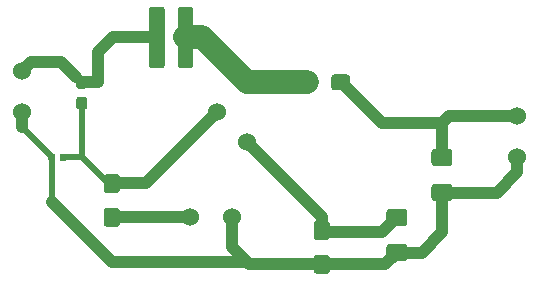
<source format=gtl>
G04 #@! TF.GenerationSoftware,KiCad,Pcbnew,5.1.2-f72e74a~84~ubuntu18.04.1*
G04 #@! TF.CreationDate,2019-06-13T09:44:25+02:00*
G04 #@! TF.ProjectId,ampli_tres_simple,616d706c-695f-4747-9265-735f73696d70,rev?*
G04 #@! TF.SameCoordinates,Original*
G04 #@! TF.FileFunction,Copper,L1,Top*
G04 #@! TF.FilePolarity,Positive*
%FSLAX46Y46*%
G04 Gerber Fmt 4.6, Leading zero omitted, Abs format (unit mm)*
G04 Created by KiCad (PCBNEW 5.1.2-f72e74a~84~ubuntu18.04.1) date 2019-06-13 09:44:25*
%MOMM*%
%LPD*%
G04 APERTURE LIST*
%ADD10C,0.100000*%
%ADD11C,1.425000*%
%ADD12C,1.325000*%
%ADD13C,1.524000*%
%ADD14C,1.350000*%
%ADD15C,0.950000*%
%ADD16C,0.590000*%
%ADD17C,1.000000*%
%ADD18C,0.500000*%
%ADD19C,2.000000*%
%ADD20C,0.250000*%
G04 APERTURE END LIST*
D10*
G36*
X172099504Y-138153704D02*
G01*
X172123773Y-138157304D01*
X172147571Y-138163265D01*
X172170671Y-138171530D01*
X172192849Y-138182020D01*
X172213893Y-138194633D01*
X172233598Y-138209247D01*
X172251777Y-138225723D01*
X172268253Y-138243902D01*
X172282867Y-138263607D01*
X172295480Y-138284651D01*
X172305970Y-138306829D01*
X172314235Y-138329929D01*
X172320196Y-138353727D01*
X172323796Y-138377996D01*
X172325000Y-138402500D01*
X172325000Y-139327500D01*
X172323796Y-139352004D01*
X172320196Y-139376273D01*
X172314235Y-139400071D01*
X172305970Y-139423171D01*
X172295480Y-139445349D01*
X172282867Y-139466393D01*
X172268253Y-139486098D01*
X172251777Y-139504277D01*
X172233598Y-139520753D01*
X172213893Y-139535367D01*
X172192849Y-139547980D01*
X172170671Y-139558470D01*
X172147571Y-139566735D01*
X172123773Y-139572696D01*
X172099504Y-139576296D01*
X172075000Y-139577500D01*
X170825000Y-139577500D01*
X170800496Y-139576296D01*
X170776227Y-139572696D01*
X170752429Y-139566735D01*
X170729329Y-139558470D01*
X170707151Y-139547980D01*
X170686107Y-139535367D01*
X170666402Y-139520753D01*
X170648223Y-139504277D01*
X170631747Y-139486098D01*
X170617133Y-139466393D01*
X170604520Y-139445349D01*
X170594030Y-139423171D01*
X170585765Y-139400071D01*
X170579804Y-139376273D01*
X170576204Y-139352004D01*
X170575000Y-139327500D01*
X170575000Y-138402500D01*
X170576204Y-138377996D01*
X170579804Y-138353727D01*
X170585765Y-138329929D01*
X170594030Y-138306829D01*
X170604520Y-138284651D01*
X170617133Y-138263607D01*
X170631747Y-138243902D01*
X170648223Y-138225723D01*
X170666402Y-138209247D01*
X170686107Y-138194633D01*
X170707151Y-138182020D01*
X170729329Y-138171530D01*
X170752429Y-138163265D01*
X170776227Y-138157304D01*
X170800496Y-138153704D01*
X170825000Y-138152500D01*
X172075000Y-138152500D01*
X172099504Y-138153704D01*
X172099504Y-138153704D01*
G37*
D11*
X171450000Y-138865000D03*
D10*
G36*
X172099504Y-135178704D02*
G01*
X172123773Y-135182304D01*
X172147571Y-135188265D01*
X172170671Y-135196530D01*
X172192849Y-135207020D01*
X172213893Y-135219633D01*
X172233598Y-135234247D01*
X172251777Y-135250723D01*
X172268253Y-135268902D01*
X172282867Y-135288607D01*
X172295480Y-135309651D01*
X172305970Y-135331829D01*
X172314235Y-135354929D01*
X172320196Y-135378727D01*
X172323796Y-135402996D01*
X172325000Y-135427500D01*
X172325000Y-136352500D01*
X172323796Y-136377004D01*
X172320196Y-136401273D01*
X172314235Y-136425071D01*
X172305970Y-136448171D01*
X172295480Y-136470349D01*
X172282867Y-136491393D01*
X172268253Y-136511098D01*
X172251777Y-136529277D01*
X172233598Y-136545753D01*
X172213893Y-136560367D01*
X172192849Y-136572980D01*
X172170671Y-136583470D01*
X172147571Y-136591735D01*
X172123773Y-136597696D01*
X172099504Y-136601296D01*
X172075000Y-136602500D01*
X170825000Y-136602500D01*
X170800496Y-136601296D01*
X170776227Y-136597696D01*
X170752429Y-136591735D01*
X170729329Y-136583470D01*
X170707151Y-136572980D01*
X170686107Y-136560367D01*
X170666402Y-136545753D01*
X170648223Y-136529277D01*
X170631747Y-136511098D01*
X170617133Y-136491393D01*
X170604520Y-136470349D01*
X170594030Y-136448171D01*
X170585765Y-136425071D01*
X170579804Y-136401273D01*
X170576204Y-136377004D01*
X170575000Y-136352500D01*
X170575000Y-135427500D01*
X170576204Y-135402996D01*
X170579804Y-135378727D01*
X170585765Y-135354929D01*
X170594030Y-135331829D01*
X170604520Y-135309651D01*
X170617133Y-135288607D01*
X170631747Y-135268902D01*
X170648223Y-135250723D01*
X170666402Y-135234247D01*
X170686107Y-135219633D01*
X170707151Y-135207020D01*
X170729329Y-135196530D01*
X170752429Y-135188265D01*
X170776227Y-135182304D01*
X170800496Y-135178704D01*
X170825000Y-135177500D01*
X172075000Y-135177500D01*
X172099504Y-135178704D01*
X172099504Y-135178704D01*
G37*
D11*
X171450000Y-135890000D03*
D10*
G36*
X175909504Y-133073704D02*
G01*
X175933773Y-133077304D01*
X175957571Y-133083265D01*
X175980671Y-133091530D01*
X176002849Y-133102020D01*
X176023893Y-133114633D01*
X176043598Y-133129247D01*
X176061777Y-133145723D01*
X176078253Y-133163902D01*
X176092867Y-133183607D01*
X176105480Y-133204651D01*
X176115970Y-133226829D01*
X176124235Y-133249929D01*
X176130196Y-133273727D01*
X176133796Y-133297996D01*
X176135000Y-133322500D01*
X176135000Y-134247500D01*
X176133796Y-134272004D01*
X176130196Y-134296273D01*
X176124235Y-134320071D01*
X176115970Y-134343171D01*
X176105480Y-134365349D01*
X176092867Y-134386393D01*
X176078253Y-134406098D01*
X176061777Y-134424277D01*
X176043598Y-134440753D01*
X176023893Y-134455367D01*
X176002849Y-134467980D01*
X175980671Y-134478470D01*
X175957571Y-134486735D01*
X175933773Y-134492696D01*
X175909504Y-134496296D01*
X175885000Y-134497500D01*
X174635000Y-134497500D01*
X174610496Y-134496296D01*
X174586227Y-134492696D01*
X174562429Y-134486735D01*
X174539329Y-134478470D01*
X174517151Y-134467980D01*
X174496107Y-134455367D01*
X174476402Y-134440753D01*
X174458223Y-134424277D01*
X174441747Y-134406098D01*
X174427133Y-134386393D01*
X174414520Y-134365349D01*
X174404030Y-134343171D01*
X174395765Y-134320071D01*
X174389804Y-134296273D01*
X174386204Y-134272004D01*
X174385000Y-134247500D01*
X174385000Y-133322500D01*
X174386204Y-133297996D01*
X174389804Y-133273727D01*
X174395765Y-133249929D01*
X174404030Y-133226829D01*
X174414520Y-133204651D01*
X174427133Y-133183607D01*
X174441747Y-133163902D01*
X174458223Y-133145723D01*
X174476402Y-133129247D01*
X174496107Y-133114633D01*
X174517151Y-133102020D01*
X174539329Y-133091530D01*
X174562429Y-133083265D01*
X174586227Y-133077304D01*
X174610496Y-133073704D01*
X174635000Y-133072500D01*
X175885000Y-133072500D01*
X175909504Y-133073704D01*
X175909504Y-133073704D01*
G37*
D11*
X175260000Y-133785000D03*
D10*
G36*
X175909504Y-130098704D02*
G01*
X175933773Y-130102304D01*
X175957571Y-130108265D01*
X175980671Y-130116530D01*
X176002849Y-130127020D01*
X176023893Y-130139633D01*
X176043598Y-130154247D01*
X176061777Y-130170723D01*
X176078253Y-130188902D01*
X176092867Y-130208607D01*
X176105480Y-130229651D01*
X176115970Y-130251829D01*
X176124235Y-130274929D01*
X176130196Y-130298727D01*
X176133796Y-130322996D01*
X176135000Y-130347500D01*
X176135000Y-131272500D01*
X176133796Y-131297004D01*
X176130196Y-131321273D01*
X176124235Y-131345071D01*
X176115970Y-131368171D01*
X176105480Y-131390349D01*
X176092867Y-131411393D01*
X176078253Y-131431098D01*
X176061777Y-131449277D01*
X176043598Y-131465753D01*
X176023893Y-131480367D01*
X176002849Y-131492980D01*
X175980671Y-131503470D01*
X175957571Y-131511735D01*
X175933773Y-131517696D01*
X175909504Y-131521296D01*
X175885000Y-131522500D01*
X174635000Y-131522500D01*
X174610496Y-131521296D01*
X174586227Y-131517696D01*
X174562429Y-131511735D01*
X174539329Y-131503470D01*
X174517151Y-131492980D01*
X174496107Y-131480367D01*
X174476402Y-131465753D01*
X174458223Y-131449277D01*
X174441747Y-131431098D01*
X174427133Y-131411393D01*
X174414520Y-131390349D01*
X174404030Y-131368171D01*
X174395765Y-131345071D01*
X174389804Y-131321273D01*
X174386204Y-131297004D01*
X174385000Y-131272500D01*
X174385000Y-130347500D01*
X174386204Y-130322996D01*
X174389804Y-130298727D01*
X174395765Y-130274929D01*
X174404030Y-130251829D01*
X174414520Y-130229651D01*
X174427133Y-130208607D01*
X174441747Y-130188902D01*
X174458223Y-130170723D01*
X174476402Y-130154247D01*
X174496107Y-130139633D01*
X174517151Y-130127020D01*
X174539329Y-130116530D01*
X174562429Y-130108265D01*
X174586227Y-130102304D01*
X174610496Y-130098704D01*
X174635000Y-130097500D01*
X175885000Y-130097500D01*
X175909504Y-130098704D01*
X175909504Y-130098704D01*
G37*
D11*
X175260000Y-130810000D03*
D10*
G36*
X153992005Y-118051204D02*
G01*
X154016273Y-118054804D01*
X154040072Y-118060765D01*
X154063171Y-118069030D01*
X154085350Y-118079520D01*
X154106393Y-118092132D01*
X154126099Y-118106747D01*
X154144277Y-118123223D01*
X154160753Y-118141401D01*
X154175368Y-118161107D01*
X154187980Y-118182150D01*
X154198470Y-118204329D01*
X154206735Y-118227428D01*
X154212696Y-118251227D01*
X154216296Y-118275495D01*
X154217500Y-118299999D01*
X154217500Y-123000001D01*
X154216296Y-123024505D01*
X154212696Y-123048773D01*
X154206735Y-123072572D01*
X154198470Y-123095671D01*
X154187980Y-123117850D01*
X154175368Y-123138893D01*
X154160753Y-123158599D01*
X154144277Y-123176777D01*
X154126099Y-123193253D01*
X154106393Y-123207868D01*
X154085350Y-123220480D01*
X154063171Y-123230970D01*
X154040072Y-123239235D01*
X154016273Y-123245196D01*
X153992005Y-123248796D01*
X153967501Y-123250000D01*
X153142499Y-123250000D01*
X153117995Y-123248796D01*
X153093727Y-123245196D01*
X153069928Y-123239235D01*
X153046829Y-123230970D01*
X153024650Y-123220480D01*
X153003607Y-123207868D01*
X152983901Y-123193253D01*
X152965723Y-123176777D01*
X152949247Y-123158599D01*
X152934632Y-123138893D01*
X152922020Y-123117850D01*
X152911530Y-123095671D01*
X152903265Y-123072572D01*
X152897304Y-123048773D01*
X152893704Y-123024505D01*
X152892500Y-123000001D01*
X152892500Y-118299999D01*
X152893704Y-118275495D01*
X152897304Y-118251227D01*
X152903265Y-118227428D01*
X152911530Y-118204329D01*
X152922020Y-118182150D01*
X152934632Y-118161107D01*
X152949247Y-118141401D01*
X152965723Y-118123223D01*
X152983901Y-118106747D01*
X153003607Y-118092132D01*
X153024650Y-118079520D01*
X153046829Y-118069030D01*
X153069928Y-118060765D01*
X153093727Y-118054804D01*
X153117995Y-118051204D01*
X153142499Y-118050000D01*
X153967501Y-118050000D01*
X153992005Y-118051204D01*
X153992005Y-118051204D01*
G37*
D12*
X153555000Y-120650000D03*
D10*
G36*
X151567005Y-118051204D02*
G01*
X151591273Y-118054804D01*
X151615072Y-118060765D01*
X151638171Y-118069030D01*
X151660350Y-118079520D01*
X151681393Y-118092132D01*
X151701099Y-118106747D01*
X151719277Y-118123223D01*
X151735753Y-118141401D01*
X151750368Y-118161107D01*
X151762980Y-118182150D01*
X151773470Y-118204329D01*
X151781735Y-118227428D01*
X151787696Y-118251227D01*
X151791296Y-118275495D01*
X151792500Y-118299999D01*
X151792500Y-123000001D01*
X151791296Y-123024505D01*
X151787696Y-123048773D01*
X151781735Y-123072572D01*
X151773470Y-123095671D01*
X151762980Y-123117850D01*
X151750368Y-123138893D01*
X151735753Y-123158599D01*
X151719277Y-123176777D01*
X151701099Y-123193253D01*
X151681393Y-123207868D01*
X151660350Y-123220480D01*
X151638171Y-123230970D01*
X151615072Y-123239235D01*
X151591273Y-123245196D01*
X151567005Y-123248796D01*
X151542501Y-123250000D01*
X150717499Y-123250000D01*
X150692995Y-123248796D01*
X150668727Y-123245196D01*
X150644928Y-123239235D01*
X150621829Y-123230970D01*
X150599650Y-123220480D01*
X150578607Y-123207868D01*
X150558901Y-123193253D01*
X150540723Y-123176777D01*
X150524247Y-123158599D01*
X150509632Y-123138893D01*
X150497020Y-123117850D01*
X150486530Y-123095671D01*
X150478265Y-123072572D01*
X150472304Y-123048773D01*
X150468704Y-123024505D01*
X150467500Y-123000001D01*
X150467500Y-118299999D01*
X150468704Y-118275495D01*
X150472304Y-118251227D01*
X150478265Y-118227428D01*
X150486530Y-118204329D01*
X150497020Y-118182150D01*
X150509632Y-118161107D01*
X150524247Y-118141401D01*
X150540723Y-118123223D01*
X150558901Y-118106747D01*
X150578607Y-118092132D01*
X150599650Y-118079520D01*
X150621829Y-118069030D01*
X150644928Y-118060765D01*
X150668727Y-118054804D01*
X150692995Y-118051204D01*
X150717499Y-118050000D01*
X151542501Y-118050000D01*
X151567005Y-118051204D01*
X151567005Y-118051204D01*
G37*
D12*
X151130000Y-120650000D03*
D13*
X181610000Y-130810000D03*
X181610000Y-127310000D03*
D10*
G36*
X164392005Y-123786204D02*
G01*
X164416273Y-123789804D01*
X164440072Y-123795765D01*
X164463171Y-123804030D01*
X164485350Y-123814520D01*
X164506393Y-123827132D01*
X164526099Y-123841747D01*
X164544277Y-123858223D01*
X164560753Y-123876401D01*
X164575368Y-123896107D01*
X164587980Y-123917150D01*
X164598470Y-123939329D01*
X164606735Y-123962428D01*
X164612696Y-123986227D01*
X164616296Y-124010495D01*
X164617500Y-124034999D01*
X164617500Y-124885001D01*
X164616296Y-124909505D01*
X164612696Y-124933773D01*
X164606735Y-124957572D01*
X164598470Y-124980671D01*
X164587980Y-125002850D01*
X164575368Y-125023893D01*
X164560753Y-125043599D01*
X164544277Y-125061777D01*
X164526099Y-125078253D01*
X164506393Y-125092868D01*
X164485350Y-125105480D01*
X164463171Y-125115970D01*
X164440072Y-125124235D01*
X164416273Y-125130196D01*
X164392005Y-125133796D01*
X164367501Y-125135000D01*
X163292499Y-125135000D01*
X163267995Y-125133796D01*
X163243727Y-125130196D01*
X163219928Y-125124235D01*
X163196829Y-125115970D01*
X163174650Y-125105480D01*
X163153607Y-125092868D01*
X163133901Y-125078253D01*
X163115723Y-125061777D01*
X163099247Y-125043599D01*
X163084632Y-125023893D01*
X163072020Y-125002850D01*
X163061530Y-124980671D01*
X163053265Y-124957572D01*
X163047304Y-124933773D01*
X163043704Y-124909505D01*
X163042500Y-124885001D01*
X163042500Y-124034999D01*
X163043704Y-124010495D01*
X163047304Y-123986227D01*
X163053265Y-123962428D01*
X163061530Y-123939329D01*
X163072020Y-123917150D01*
X163084632Y-123896107D01*
X163099247Y-123876401D01*
X163115723Y-123858223D01*
X163133901Y-123841747D01*
X163153607Y-123827132D01*
X163174650Y-123814520D01*
X163196829Y-123804030D01*
X163219928Y-123795765D01*
X163243727Y-123789804D01*
X163267995Y-123786204D01*
X163292499Y-123785000D01*
X164367501Y-123785000D01*
X164392005Y-123786204D01*
X164392005Y-123786204D01*
G37*
D14*
X163830000Y-124460000D03*
D10*
G36*
X167267005Y-123786204D02*
G01*
X167291273Y-123789804D01*
X167315072Y-123795765D01*
X167338171Y-123804030D01*
X167360350Y-123814520D01*
X167381393Y-123827132D01*
X167401099Y-123841747D01*
X167419277Y-123858223D01*
X167435753Y-123876401D01*
X167450368Y-123896107D01*
X167462980Y-123917150D01*
X167473470Y-123939329D01*
X167481735Y-123962428D01*
X167487696Y-123986227D01*
X167491296Y-124010495D01*
X167492500Y-124034999D01*
X167492500Y-124885001D01*
X167491296Y-124909505D01*
X167487696Y-124933773D01*
X167481735Y-124957572D01*
X167473470Y-124980671D01*
X167462980Y-125002850D01*
X167450368Y-125023893D01*
X167435753Y-125043599D01*
X167419277Y-125061777D01*
X167401099Y-125078253D01*
X167381393Y-125092868D01*
X167360350Y-125105480D01*
X167338171Y-125115970D01*
X167315072Y-125124235D01*
X167291273Y-125130196D01*
X167267005Y-125133796D01*
X167242501Y-125135000D01*
X166167499Y-125135000D01*
X166142995Y-125133796D01*
X166118727Y-125130196D01*
X166094928Y-125124235D01*
X166071829Y-125115970D01*
X166049650Y-125105480D01*
X166028607Y-125092868D01*
X166008901Y-125078253D01*
X165990723Y-125061777D01*
X165974247Y-125043599D01*
X165959632Y-125023893D01*
X165947020Y-125002850D01*
X165936530Y-124980671D01*
X165928265Y-124957572D01*
X165922304Y-124933773D01*
X165918704Y-124909505D01*
X165917500Y-124885001D01*
X165917500Y-124034999D01*
X165918704Y-124010495D01*
X165922304Y-123986227D01*
X165928265Y-123962428D01*
X165936530Y-123939329D01*
X165947020Y-123917150D01*
X165959632Y-123896107D01*
X165974247Y-123876401D01*
X165990723Y-123858223D01*
X166008901Y-123841747D01*
X166028607Y-123827132D01*
X166049650Y-123814520D01*
X166071829Y-123804030D01*
X166094928Y-123795765D01*
X166118727Y-123789804D01*
X166142995Y-123786204D01*
X166167499Y-123785000D01*
X167242501Y-123785000D01*
X167267005Y-123786204D01*
X167267005Y-123786204D01*
G37*
D14*
X166705000Y-124460000D03*
D13*
X139700000Y-127000000D03*
X139700000Y-123500000D03*
X158750000Y-124460000D03*
X156210000Y-127000000D03*
X158750000Y-129540000D03*
D10*
G36*
X145040779Y-125686144D02*
G01*
X145063834Y-125689563D01*
X145086443Y-125695227D01*
X145108387Y-125703079D01*
X145129457Y-125713044D01*
X145149448Y-125725026D01*
X145168168Y-125738910D01*
X145185438Y-125754562D01*
X145201090Y-125771832D01*
X145214974Y-125790552D01*
X145226956Y-125810543D01*
X145236921Y-125831613D01*
X145244773Y-125853557D01*
X145250437Y-125876166D01*
X145253856Y-125899221D01*
X145255000Y-125922500D01*
X145255000Y-126497500D01*
X145253856Y-126520779D01*
X145250437Y-126543834D01*
X145244773Y-126566443D01*
X145236921Y-126588387D01*
X145226956Y-126609457D01*
X145214974Y-126629448D01*
X145201090Y-126648168D01*
X145185438Y-126665438D01*
X145168168Y-126681090D01*
X145149448Y-126694974D01*
X145129457Y-126706956D01*
X145108387Y-126716921D01*
X145086443Y-126724773D01*
X145063834Y-126730437D01*
X145040779Y-126733856D01*
X145017500Y-126735000D01*
X144542500Y-126735000D01*
X144519221Y-126733856D01*
X144496166Y-126730437D01*
X144473557Y-126724773D01*
X144451613Y-126716921D01*
X144430543Y-126706956D01*
X144410552Y-126694974D01*
X144391832Y-126681090D01*
X144374562Y-126665438D01*
X144358910Y-126648168D01*
X144345026Y-126629448D01*
X144333044Y-126609457D01*
X144323079Y-126588387D01*
X144315227Y-126566443D01*
X144309563Y-126543834D01*
X144306144Y-126520779D01*
X144305000Y-126497500D01*
X144305000Y-125922500D01*
X144306144Y-125899221D01*
X144309563Y-125876166D01*
X144315227Y-125853557D01*
X144323079Y-125831613D01*
X144333044Y-125810543D01*
X144345026Y-125790552D01*
X144358910Y-125771832D01*
X144374562Y-125754562D01*
X144391832Y-125738910D01*
X144410552Y-125725026D01*
X144430543Y-125713044D01*
X144451613Y-125703079D01*
X144473557Y-125695227D01*
X144496166Y-125689563D01*
X144519221Y-125686144D01*
X144542500Y-125685000D01*
X145017500Y-125685000D01*
X145040779Y-125686144D01*
X145040779Y-125686144D01*
G37*
D15*
X144780000Y-126210000D03*
D10*
G36*
X145040779Y-123936144D02*
G01*
X145063834Y-123939563D01*
X145086443Y-123945227D01*
X145108387Y-123953079D01*
X145129457Y-123963044D01*
X145149448Y-123975026D01*
X145168168Y-123988910D01*
X145185438Y-124004562D01*
X145201090Y-124021832D01*
X145214974Y-124040552D01*
X145226956Y-124060543D01*
X145236921Y-124081613D01*
X145244773Y-124103557D01*
X145250437Y-124126166D01*
X145253856Y-124149221D01*
X145255000Y-124172500D01*
X145255000Y-124747500D01*
X145253856Y-124770779D01*
X145250437Y-124793834D01*
X145244773Y-124816443D01*
X145236921Y-124838387D01*
X145226956Y-124859457D01*
X145214974Y-124879448D01*
X145201090Y-124898168D01*
X145185438Y-124915438D01*
X145168168Y-124931090D01*
X145149448Y-124944974D01*
X145129457Y-124956956D01*
X145108387Y-124966921D01*
X145086443Y-124974773D01*
X145063834Y-124980437D01*
X145040779Y-124983856D01*
X145017500Y-124985000D01*
X144542500Y-124985000D01*
X144519221Y-124983856D01*
X144496166Y-124980437D01*
X144473557Y-124974773D01*
X144451613Y-124966921D01*
X144430543Y-124956956D01*
X144410552Y-124944974D01*
X144391832Y-124931090D01*
X144374562Y-124915438D01*
X144358910Y-124898168D01*
X144345026Y-124879448D01*
X144333044Y-124859457D01*
X144323079Y-124838387D01*
X144315227Y-124816443D01*
X144309563Y-124793834D01*
X144306144Y-124770779D01*
X144305000Y-124747500D01*
X144305000Y-124172500D01*
X144306144Y-124149221D01*
X144309563Y-124126166D01*
X144315227Y-124103557D01*
X144323079Y-124081613D01*
X144333044Y-124060543D01*
X144345026Y-124040552D01*
X144358910Y-124021832D01*
X144374562Y-124004562D01*
X144391832Y-123988910D01*
X144410552Y-123975026D01*
X144430543Y-123963044D01*
X144451613Y-123953079D01*
X144473557Y-123945227D01*
X144496166Y-123939563D01*
X144519221Y-123936144D01*
X144542500Y-123935000D01*
X145017500Y-123935000D01*
X145040779Y-123936144D01*
X145040779Y-123936144D01*
G37*
D15*
X144780000Y-124460000D03*
D13*
X157480000Y-135890000D03*
X153980000Y-135890000D03*
D10*
G36*
X142401958Y-130490710D02*
G01*
X142416276Y-130492834D01*
X142430317Y-130496351D01*
X142443946Y-130501228D01*
X142457031Y-130507417D01*
X142469447Y-130514858D01*
X142481073Y-130523481D01*
X142491798Y-130533202D01*
X142501519Y-130543927D01*
X142510142Y-130555553D01*
X142517583Y-130567969D01*
X142523772Y-130581054D01*
X142528649Y-130594683D01*
X142532166Y-130608724D01*
X142534290Y-130623042D01*
X142535000Y-130637500D01*
X142535000Y-130982500D01*
X142534290Y-130996958D01*
X142532166Y-131011276D01*
X142528649Y-131025317D01*
X142523772Y-131038946D01*
X142517583Y-131052031D01*
X142510142Y-131064447D01*
X142501519Y-131076073D01*
X142491798Y-131086798D01*
X142481073Y-131096519D01*
X142469447Y-131105142D01*
X142457031Y-131112583D01*
X142443946Y-131118772D01*
X142430317Y-131123649D01*
X142416276Y-131127166D01*
X142401958Y-131129290D01*
X142387500Y-131130000D01*
X142092500Y-131130000D01*
X142078042Y-131129290D01*
X142063724Y-131127166D01*
X142049683Y-131123649D01*
X142036054Y-131118772D01*
X142022969Y-131112583D01*
X142010553Y-131105142D01*
X141998927Y-131096519D01*
X141988202Y-131086798D01*
X141978481Y-131076073D01*
X141969858Y-131064447D01*
X141962417Y-131052031D01*
X141956228Y-131038946D01*
X141951351Y-131025317D01*
X141947834Y-131011276D01*
X141945710Y-130996958D01*
X141945000Y-130982500D01*
X141945000Y-130637500D01*
X141945710Y-130623042D01*
X141947834Y-130608724D01*
X141951351Y-130594683D01*
X141956228Y-130581054D01*
X141962417Y-130567969D01*
X141969858Y-130555553D01*
X141978481Y-130543927D01*
X141988202Y-130533202D01*
X141998927Y-130523481D01*
X142010553Y-130514858D01*
X142022969Y-130507417D01*
X142036054Y-130501228D01*
X142049683Y-130496351D01*
X142063724Y-130492834D01*
X142078042Y-130490710D01*
X142092500Y-130490000D01*
X142387500Y-130490000D01*
X142401958Y-130490710D01*
X142401958Y-130490710D01*
G37*
D16*
X142240000Y-130810000D03*
D10*
G36*
X143371958Y-130490710D02*
G01*
X143386276Y-130492834D01*
X143400317Y-130496351D01*
X143413946Y-130501228D01*
X143427031Y-130507417D01*
X143439447Y-130514858D01*
X143451073Y-130523481D01*
X143461798Y-130533202D01*
X143471519Y-130543927D01*
X143480142Y-130555553D01*
X143487583Y-130567969D01*
X143493772Y-130581054D01*
X143498649Y-130594683D01*
X143502166Y-130608724D01*
X143504290Y-130623042D01*
X143505000Y-130637500D01*
X143505000Y-130982500D01*
X143504290Y-130996958D01*
X143502166Y-131011276D01*
X143498649Y-131025317D01*
X143493772Y-131038946D01*
X143487583Y-131052031D01*
X143480142Y-131064447D01*
X143471519Y-131076073D01*
X143461798Y-131086798D01*
X143451073Y-131096519D01*
X143439447Y-131105142D01*
X143427031Y-131112583D01*
X143413946Y-131118772D01*
X143400317Y-131123649D01*
X143386276Y-131127166D01*
X143371958Y-131129290D01*
X143357500Y-131130000D01*
X143062500Y-131130000D01*
X143048042Y-131129290D01*
X143033724Y-131127166D01*
X143019683Y-131123649D01*
X143006054Y-131118772D01*
X142992969Y-131112583D01*
X142980553Y-131105142D01*
X142968927Y-131096519D01*
X142958202Y-131086798D01*
X142948481Y-131076073D01*
X142939858Y-131064447D01*
X142932417Y-131052031D01*
X142926228Y-131038946D01*
X142921351Y-131025317D01*
X142917834Y-131011276D01*
X142915710Y-130996958D01*
X142915000Y-130982500D01*
X142915000Y-130637500D01*
X142915710Y-130623042D01*
X142917834Y-130608724D01*
X142921351Y-130594683D01*
X142926228Y-130581054D01*
X142932417Y-130567969D01*
X142939858Y-130555553D01*
X142948481Y-130543927D01*
X142958202Y-130533202D01*
X142968927Y-130523481D01*
X142980553Y-130514858D01*
X142992969Y-130507417D01*
X143006054Y-130501228D01*
X143019683Y-130496351D01*
X143033724Y-130492834D01*
X143048042Y-130490710D01*
X143062500Y-130490000D01*
X143357500Y-130490000D01*
X143371958Y-130490710D01*
X143371958Y-130490710D01*
G37*
D16*
X143210000Y-130810000D03*
D10*
G36*
X165549505Y-139081204D02*
G01*
X165573773Y-139084804D01*
X165597572Y-139090765D01*
X165620671Y-139099030D01*
X165642850Y-139109520D01*
X165663893Y-139122132D01*
X165683599Y-139136747D01*
X165701777Y-139153223D01*
X165718253Y-139171401D01*
X165732868Y-139191107D01*
X165745480Y-139212150D01*
X165755970Y-139234329D01*
X165764235Y-139257428D01*
X165770196Y-139281227D01*
X165773796Y-139305495D01*
X165775000Y-139329999D01*
X165775000Y-140405001D01*
X165773796Y-140429505D01*
X165770196Y-140453773D01*
X165764235Y-140477572D01*
X165755970Y-140500671D01*
X165745480Y-140522850D01*
X165732868Y-140543893D01*
X165718253Y-140563599D01*
X165701777Y-140581777D01*
X165683599Y-140598253D01*
X165663893Y-140612868D01*
X165642850Y-140625480D01*
X165620671Y-140635970D01*
X165597572Y-140644235D01*
X165573773Y-140650196D01*
X165549505Y-140653796D01*
X165525001Y-140655000D01*
X164674999Y-140655000D01*
X164650495Y-140653796D01*
X164626227Y-140650196D01*
X164602428Y-140644235D01*
X164579329Y-140635970D01*
X164557150Y-140625480D01*
X164536107Y-140612868D01*
X164516401Y-140598253D01*
X164498223Y-140581777D01*
X164481747Y-140563599D01*
X164467132Y-140543893D01*
X164454520Y-140522850D01*
X164444030Y-140500671D01*
X164435765Y-140477572D01*
X164429804Y-140453773D01*
X164426204Y-140429505D01*
X164425000Y-140405001D01*
X164425000Y-139329999D01*
X164426204Y-139305495D01*
X164429804Y-139281227D01*
X164435765Y-139257428D01*
X164444030Y-139234329D01*
X164454520Y-139212150D01*
X164467132Y-139191107D01*
X164481747Y-139171401D01*
X164498223Y-139153223D01*
X164516401Y-139136747D01*
X164536107Y-139122132D01*
X164557150Y-139109520D01*
X164579329Y-139099030D01*
X164602428Y-139090765D01*
X164626227Y-139084804D01*
X164650495Y-139081204D01*
X164674999Y-139080000D01*
X165525001Y-139080000D01*
X165549505Y-139081204D01*
X165549505Y-139081204D01*
G37*
D14*
X165100000Y-139867500D03*
D10*
G36*
X165549505Y-136206204D02*
G01*
X165573773Y-136209804D01*
X165597572Y-136215765D01*
X165620671Y-136224030D01*
X165642850Y-136234520D01*
X165663893Y-136247132D01*
X165683599Y-136261747D01*
X165701777Y-136278223D01*
X165718253Y-136296401D01*
X165732868Y-136316107D01*
X165745480Y-136337150D01*
X165755970Y-136359329D01*
X165764235Y-136382428D01*
X165770196Y-136406227D01*
X165773796Y-136430495D01*
X165775000Y-136454999D01*
X165775000Y-137530001D01*
X165773796Y-137554505D01*
X165770196Y-137578773D01*
X165764235Y-137602572D01*
X165755970Y-137625671D01*
X165745480Y-137647850D01*
X165732868Y-137668893D01*
X165718253Y-137688599D01*
X165701777Y-137706777D01*
X165683599Y-137723253D01*
X165663893Y-137737868D01*
X165642850Y-137750480D01*
X165620671Y-137760970D01*
X165597572Y-137769235D01*
X165573773Y-137775196D01*
X165549505Y-137778796D01*
X165525001Y-137780000D01*
X164674999Y-137780000D01*
X164650495Y-137778796D01*
X164626227Y-137775196D01*
X164602428Y-137769235D01*
X164579329Y-137760970D01*
X164557150Y-137750480D01*
X164536107Y-137737868D01*
X164516401Y-137723253D01*
X164498223Y-137706777D01*
X164481747Y-137688599D01*
X164467132Y-137668893D01*
X164454520Y-137647850D01*
X164444030Y-137625671D01*
X164435765Y-137602572D01*
X164429804Y-137578773D01*
X164426204Y-137554505D01*
X164425000Y-137530001D01*
X164425000Y-136454999D01*
X164426204Y-136430495D01*
X164429804Y-136406227D01*
X164435765Y-136382428D01*
X164444030Y-136359329D01*
X164454520Y-136337150D01*
X164467132Y-136316107D01*
X164481747Y-136296401D01*
X164498223Y-136278223D01*
X164516401Y-136261747D01*
X164536107Y-136247132D01*
X164557150Y-136234520D01*
X164579329Y-136224030D01*
X164602428Y-136215765D01*
X164626227Y-136209804D01*
X164650495Y-136206204D01*
X164674999Y-136205000D01*
X165525001Y-136205000D01*
X165549505Y-136206204D01*
X165549505Y-136206204D01*
G37*
D14*
X165100000Y-136992500D03*
D10*
G36*
X147769505Y-135103704D02*
G01*
X147793773Y-135107304D01*
X147817572Y-135113265D01*
X147840671Y-135121530D01*
X147862850Y-135132020D01*
X147883893Y-135144632D01*
X147903599Y-135159247D01*
X147921777Y-135175723D01*
X147938253Y-135193901D01*
X147952868Y-135213607D01*
X147965480Y-135234650D01*
X147975970Y-135256829D01*
X147984235Y-135279928D01*
X147990196Y-135303727D01*
X147993796Y-135327995D01*
X147995000Y-135352499D01*
X147995000Y-136427501D01*
X147993796Y-136452005D01*
X147990196Y-136476273D01*
X147984235Y-136500072D01*
X147975970Y-136523171D01*
X147965480Y-136545350D01*
X147952868Y-136566393D01*
X147938253Y-136586099D01*
X147921777Y-136604277D01*
X147903599Y-136620753D01*
X147883893Y-136635368D01*
X147862850Y-136647980D01*
X147840671Y-136658470D01*
X147817572Y-136666735D01*
X147793773Y-136672696D01*
X147769505Y-136676296D01*
X147745001Y-136677500D01*
X146894999Y-136677500D01*
X146870495Y-136676296D01*
X146846227Y-136672696D01*
X146822428Y-136666735D01*
X146799329Y-136658470D01*
X146777150Y-136647980D01*
X146756107Y-136635368D01*
X146736401Y-136620753D01*
X146718223Y-136604277D01*
X146701747Y-136586099D01*
X146687132Y-136566393D01*
X146674520Y-136545350D01*
X146664030Y-136523171D01*
X146655765Y-136500072D01*
X146649804Y-136476273D01*
X146646204Y-136452005D01*
X146645000Y-136427501D01*
X146645000Y-135352499D01*
X146646204Y-135327995D01*
X146649804Y-135303727D01*
X146655765Y-135279928D01*
X146664030Y-135256829D01*
X146674520Y-135234650D01*
X146687132Y-135213607D01*
X146701747Y-135193901D01*
X146718223Y-135175723D01*
X146736401Y-135159247D01*
X146756107Y-135144632D01*
X146777150Y-135132020D01*
X146799329Y-135121530D01*
X146822428Y-135113265D01*
X146846227Y-135107304D01*
X146870495Y-135103704D01*
X146894999Y-135102500D01*
X147745001Y-135102500D01*
X147769505Y-135103704D01*
X147769505Y-135103704D01*
G37*
D14*
X147320000Y-135890000D03*
D10*
G36*
X147769505Y-132228704D02*
G01*
X147793773Y-132232304D01*
X147817572Y-132238265D01*
X147840671Y-132246530D01*
X147862850Y-132257020D01*
X147883893Y-132269632D01*
X147903599Y-132284247D01*
X147921777Y-132300723D01*
X147938253Y-132318901D01*
X147952868Y-132338607D01*
X147965480Y-132359650D01*
X147975970Y-132381829D01*
X147984235Y-132404928D01*
X147990196Y-132428727D01*
X147993796Y-132452995D01*
X147995000Y-132477499D01*
X147995000Y-133552501D01*
X147993796Y-133577005D01*
X147990196Y-133601273D01*
X147984235Y-133625072D01*
X147975970Y-133648171D01*
X147965480Y-133670350D01*
X147952868Y-133691393D01*
X147938253Y-133711099D01*
X147921777Y-133729277D01*
X147903599Y-133745753D01*
X147883893Y-133760368D01*
X147862850Y-133772980D01*
X147840671Y-133783470D01*
X147817572Y-133791735D01*
X147793773Y-133797696D01*
X147769505Y-133801296D01*
X147745001Y-133802500D01*
X146894999Y-133802500D01*
X146870495Y-133801296D01*
X146846227Y-133797696D01*
X146822428Y-133791735D01*
X146799329Y-133783470D01*
X146777150Y-133772980D01*
X146756107Y-133760368D01*
X146736401Y-133745753D01*
X146718223Y-133729277D01*
X146701747Y-133711099D01*
X146687132Y-133691393D01*
X146674520Y-133670350D01*
X146664030Y-133648171D01*
X146655765Y-133625072D01*
X146649804Y-133601273D01*
X146646204Y-133577005D01*
X146645000Y-133552501D01*
X146645000Y-132477499D01*
X146646204Y-132452995D01*
X146649804Y-132428727D01*
X146655765Y-132404928D01*
X146664030Y-132381829D01*
X146674520Y-132359650D01*
X146687132Y-132338607D01*
X146701747Y-132318901D01*
X146718223Y-132300723D01*
X146736401Y-132284247D01*
X146756107Y-132269632D01*
X146777150Y-132257020D01*
X146799329Y-132246530D01*
X146822428Y-132238265D01*
X146846227Y-132232304D01*
X146870495Y-132228704D01*
X146894999Y-132227500D01*
X147745001Y-132227500D01*
X147769505Y-132228704D01*
X147769505Y-132228704D01*
G37*
D14*
X147320000Y-133015000D03*
D17*
X147320000Y-135890000D02*
X153980000Y-135890000D01*
D18*
X144780000Y-126210000D02*
X144780000Y-130810000D01*
X144780000Y-130810000D02*
X143210000Y-130810000D01*
X144780000Y-130810000D02*
X146985000Y-133015000D01*
D17*
X150195000Y-133015000D02*
X156210000Y-127000000D01*
X147320000Y-133015000D02*
X150195000Y-133015000D01*
D19*
X154940000Y-120650000D02*
X158750000Y-124460000D01*
X153555000Y-120650000D02*
X154940000Y-120650000D01*
X163830000Y-124460000D02*
X158750000Y-124460000D01*
D17*
X175260000Y-130810000D02*
X175260000Y-129540000D01*
X175260000Y-129540000D02*
X175260000Y-127935000D01*
X175885000Y-127310000D02*
X181610000Y-127310000D01*
X175260000Y-127935000D02*
X175885000Y-127310000D01*
X170180000Y-127935000D02*
X166705000Y-124460000D01*
X175260000Y-127935000D02*
X170180000Y-127935000D01*
X170447500Y-139867500D02*
X171450000Y-138865000D01*
X165100000Y-139867500D02*
X170447500Y-139867500D01*
X171450000Y-138865000D02*
X173555000Y-138865000D01*
X173555000Y-138865000D02*
X175260000Y-137160000D01*
X175260000Y-137160000D02*
X175260000Y-133785000D01*
X175260000Y-133785000D02*
X179905000Y-133785000D01*
X179905000Y-133785000D02*
X181610000Y-132080000D01*
X181610000Y-132080000D02*
X181610000Y-130810000D01*
D18*
X142240000Y-130810000D02*
X142240000Y-134620000D01*
D17*
X157480000Y-135890000D02*
X157480000Y-138430000D01*
X158917500Y-139867500D02*
X165100000Y-139867500D01*
X158750000Y-139700000D02*
X147320000Y-139700000D01*
D20*
X158750000Y-139700000D02*
X158917500Y-139867500D01*
D17*
X157480000Y-138430000D02*
X158750000Y-139700000D01*
X147320000Y-139700000D02*
X142240000Y-134620000D01*
D18*
X139700000Y-128270000D02*
X142240000Y-130810000D01*
D17*
X139700000Y-127000000D02*
X139700000Y-128270000D01*
X165100000Y-135890000D02*
X158750000Y-129540000D01*
X165100000Y-136992500D02*
X165100000Y-135890000D01*
X170347500Y-136992500D02*
X171450000Y-135890000D01*
X164932500Y-137160000D02*
X170180000Y-137160000D01*
X144780000Y-124460000D02*
X146165000Y-124460000D01*
X146165000Y-124460000D02*
X146165000Y-121862500D01*
X147377500Y-120650000D02*
X146165000Y-121862500D01*
X151130000Y-120650000D02*
X147377500Y-120650000D01*
D20*
X144280928Y-123960928D02*
X144780000Y-124460000D01*
D17*
X143058001Y-122738001D02*
X144280928Y-123960928D01*
X139700000Y-123500000D02*
X140461999Y-122738001D01*
X140461999Y-122738001D02*
X143058001Y-122738001D01*
M02*

</source>
